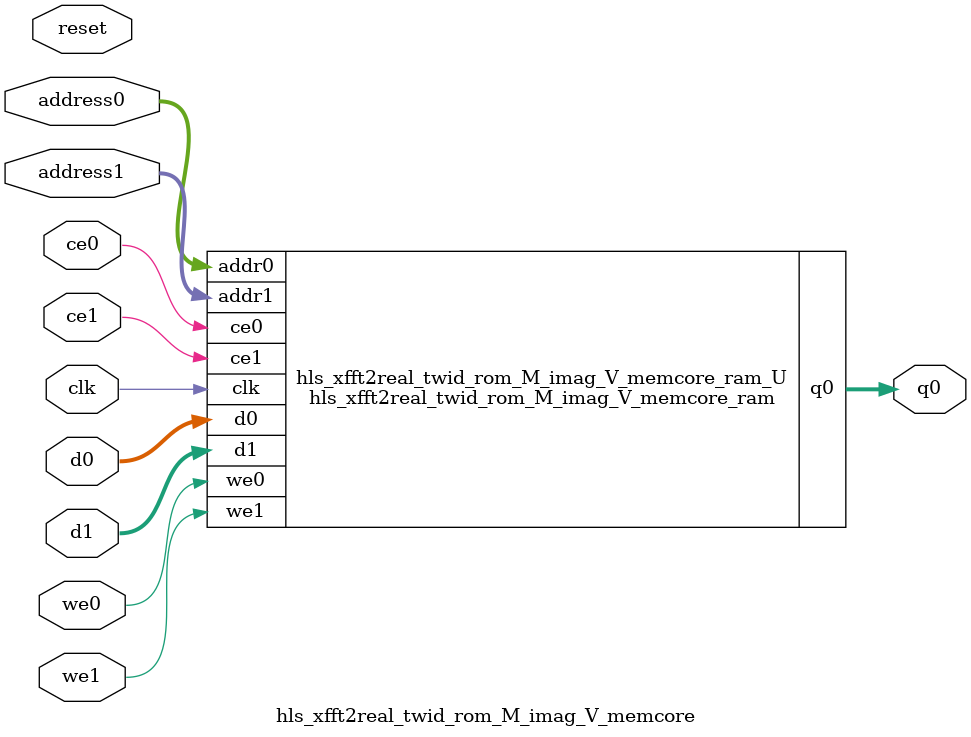
<source format=v>
`timescale 1 ns / 1 ps
module hls_xfft2real_twid_rom_M_imag_V_memcore_ram (addr0, ce0, d0, we0, q0, addr1, ce1, d1, we1,  clk);

parameter DWIDTH = 16;
parameter AWIDTH = 8;
parameter MEM_SIZE = 256;

input[AWIDTH-1:0] addr0;
input ce0;
input[DWIDTH-1:0] d0;
input we0;
output reg[DWIDTH-1:0] q0;
input[AWIDTH-1:0] addr1;
input ce1;
input[DWIDTH-1:0] d1;
input we1;
input clk;

reg [DWIDTH-1:0] ram[0:MEM_SIZE-1];




always @(posedge clk)  
begin 
    if (ce0) begin
        if (we0) 
            ram[addr0] <= d0; 
        q0 <= ram[addr0];
    end
end


always @(posedge clk)  
begin 
    if (ce1) begin
        if (we1) 
            ram[addr1] <= d1; 
    end
end


endmodule

`timescale 1 ns / 1 ps
module hls_xfft2real_twid_rom_M_imag_V_memcore(
    reset,
    clk,
    address0,
    ce0,
    we0,
    d0,
    q0,
    address1,
    ce1,
    we1,
    d1);

parameter DataWidth = 32'd16;
parameter AddressRange = 32'd256;
parameter AddressWidth = 32'd8;
input reset;
input clk;
input[AddressWidth - 1:0] address0;
input ce0;
input we0;
input[DataWidth - 1:0] d0;
output[DataWidth - 1:0] q0;
input[AddressWidth - 1:0] address1;
input ce1;
input we1;
input[DataWidth - 1:0] d1;



hls_xfft2real_twid_rom_M_imag_V_memcore_ram hls_xfft2real_twid_rom_M_imag_V_memcore_ram_U(
    .clk( clk ),
    .addr0( address0 ),
    .ce0( ce0 ),
    .we0( we0 ),
    .d0( d0 ),
    .q0( q0 ),
    .addr1( address1 ),
    .ce1( ce1 ),
    .we1( we1 ),
    .d1( d1 ));

endmodule


</source>
